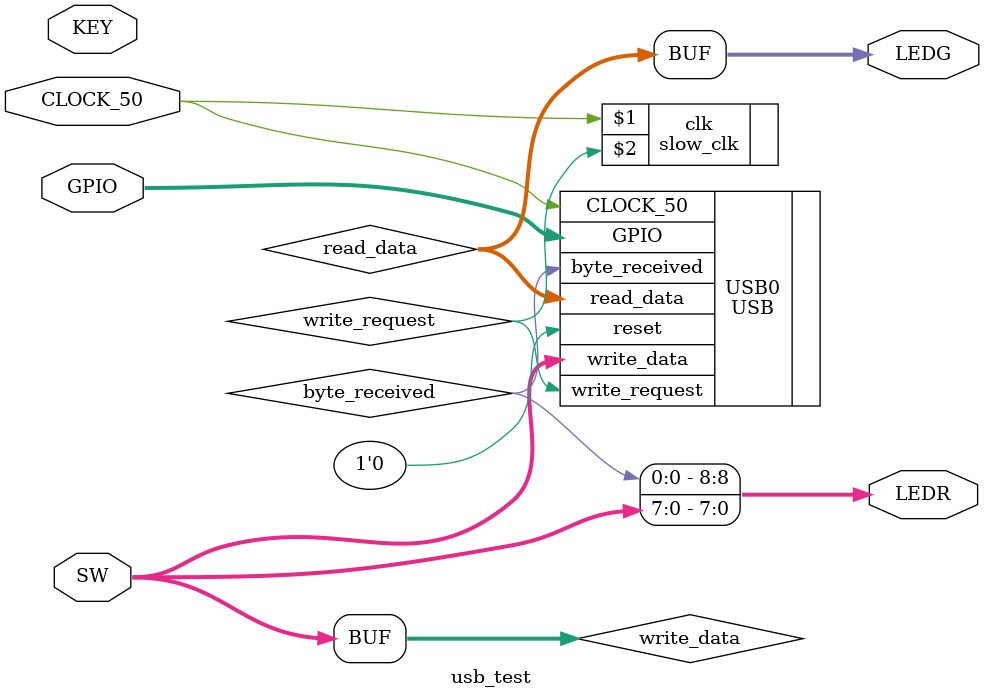
<source format=v>
module usb_test(CLOCK_50,SW,GPIO,LEDR,LEDG,KEY);

input CLOCK_50;
input [7:0] SW;
input [0:0] KEY;

inout [35:0] GPIO;

output [8:0] LEDR;
output [7:0] LEDG;

wire [7:0] write_data;
wire [7:0] read_data;
wire byte_received;

wire write_request;

assign write_data[7:0] = SW[7:0];
assign LEDR[7:0] = write_data[7:0];
assign LEDG[7:0] = read_data[7:0];
assign LEDR[8] = byte_received;

slow_clk clk(CLOCK_50,write_request);
//assign write_request = ~KEY;

USB USB0(.CLOCK_50(CLOCK_50),
		   .GPIO(GPIO[35:0]),
			.reset(1'b0),
			.write_request(write_request),
			.byte_received(byte_received),
			.write_data(write_data[7:0]),
			.read_data(read_data[7:0]));

endmodule 
</source>
